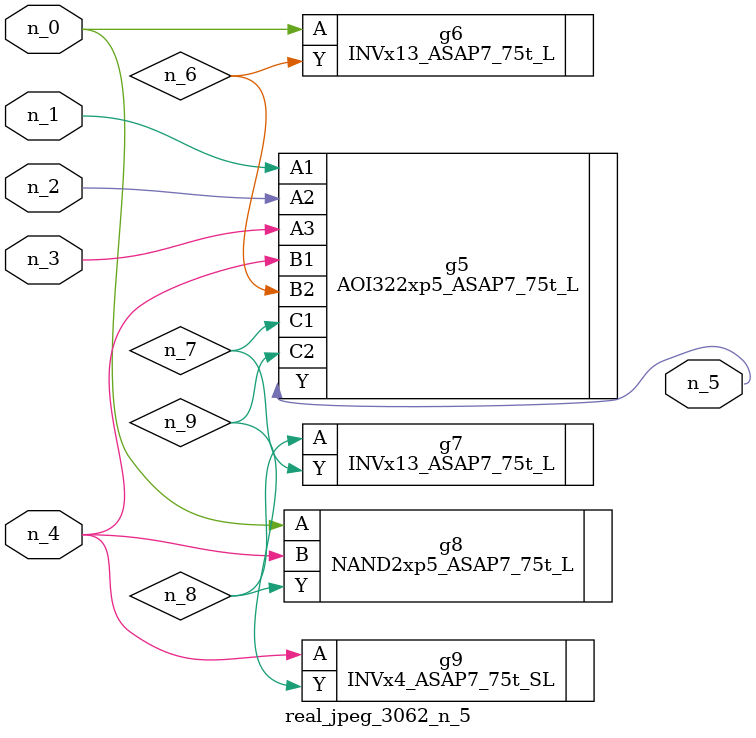
<source format=v>
module real_jpeg_3062_n_5 (n_4, n_0, n_1, n_2, n_3, n_5);

input n_4;
input n_0;
input n_1;
input n_2;
input n_3;

output n_5;

wire n_8;
wire n_6;
wire n_7;
wire n_9;

INVx13_ASAP7_75t_L g6 ( 
.A(n_0),
.Y(n_6)
);

NAND2xp5_ASAP7_75t_L g8 ( 
.A(n_0),
.B(n_4),
.Y(n_8)
);

AOI322xp5_ASAP7_75t_L g5 ( 
.A1(n_1),
.A2(n_2),
.A3(n_3),
.B1(n_4),
.B2(n_6),
.C1(n_7),
.C2(n_9),
.Y(n_5)
);

INVx4_ASAP7_75t_SL g9 ( 
.A(n_4),
.Y(n_9)
);

INVx13_ASAP7_75t_L g7 ( 
.A(n_8),
.Y(n_7)
);


endmodule
</source>
